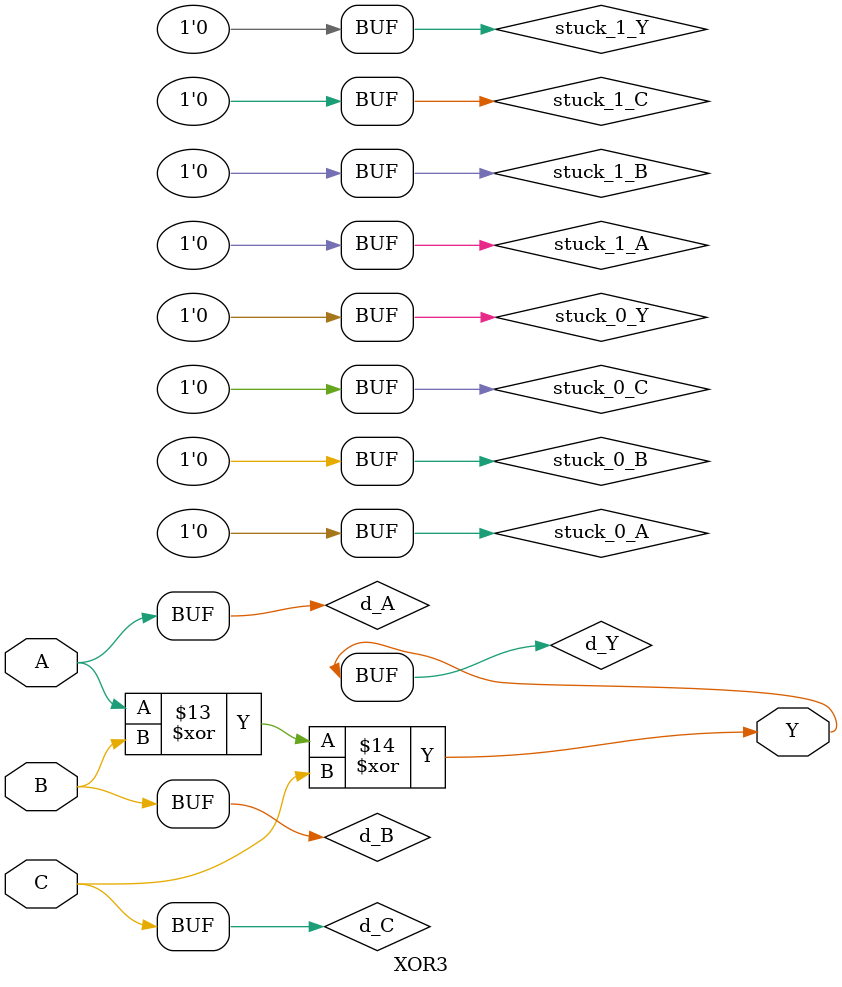
<source format=v>
module XOR3 (input A, output Y, input C, input B);
`ifdef REGISTER
initial begin
   $display("register  %m.stuck_0_A input");
   $display("register  %m.stuck_1_A input");
   $display("register  %m.stuck_0_Y output");
   $display("register  %m.stuck_1_Y output");
   $display("register  %m.stuck_0_C input");
   $display("register  %m.stuck_1_C input");
   $display("register  %m.stuck_0_B input");
   $display("register  %m.stuck_1_B input");
end
`endif
reg stuck_0_A; initial stuck_0_A=0;
reg stuck_1_A; initial stuck_1_A=0;
wire d_A = stuck_1_A ? 1 : stuck_0_A ? 0 : A;
reg stuck_0_Y; initial stuck_0_Y=0;
reg stuck_1_Y; initial stuck_1_Y=0;
wire d_Y;
assign Y = stuck_1_Y ? 1 : stuck_0_Y ? 0 : d_Y;
reg stuck_0_C; initial stuck_0_C=0;
reg stuck_1_C; initial stuck_1_C=0;
wire d_C = stuck_1_C ? 1 : stuck_0_C ? 0 : C;
reg stuck_0_B; initial stuck_0_B=0;
reg stuck_1_B; initial stuck_1_B=0;
wire d_B = stuck_1_B ? 1 : stuck_0_B ? 0 : B;
assign d_Y = d_A ^ d_B ^ d_C;
endmodule

</source>
